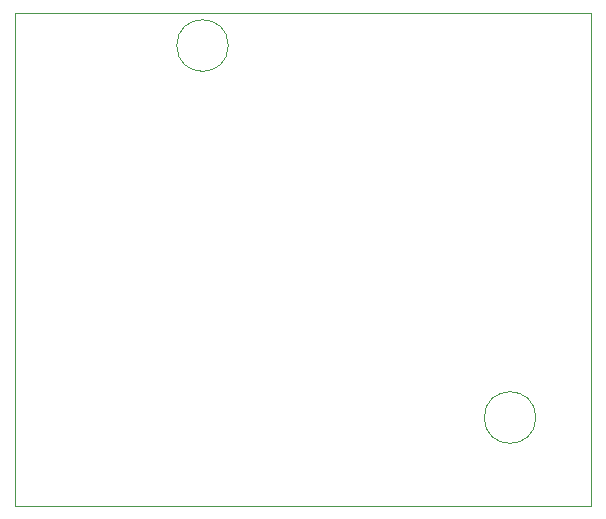
<source format=gm1>
%TF.GenerationSoftware,KiCad,Pcbnew,5.99.0+really5.1.10+dfsg1-1*%
%TF.CreationDate,2021-12-19T10:59:00-08:00*%
%TF.ProjectId,TasmotaGenericPCB,5461736d-6f74-4614-9765-6e6572696350,rev?*%
%TF.SameCoordinates,Original*%
%TF.FileFunction,Profile,NP*%
%FSLAX46Y46*%
G04 Gerber Fmt 4.6, Leading zero omitted, Abs format (unit mm)*
G04 Created by KiCad (PCBNEW 5.99.0+really5.1.10+dfsg1-1) date 2021-12-19 10:59:00*
%MOMM*%
%LPD*%
G01*
G04 APERTURE LIST*
%TA.AperFunction,Profile*%
%ADD10C,0.050000*%
%TD*%
%TA.AperFunction,Profile*%
%ADD11C,0.100000*%
%TD*%
G04 APERTURE END LIST*
D10*
X110896991Y-85598000D02*
G75*
G03*
X110896991Y-85598000I-2184991J0D01*
G01*
X136931991Y-117094000D02*
G75*
G03*
X136931991Y-117094000I-2184991J0D01*
G01*
D11*
X141605000Y-82804000D02*
X141605000Y-124587000D01*
X92837000Y-82804000D02*
X141605000Y-82804000D01*
X92837000Y-124587000D02*
X92837000Y-82804000D01*
X141605000Y-124587000D02*
X92837000Y-124587000D01*
M02*

</source>
